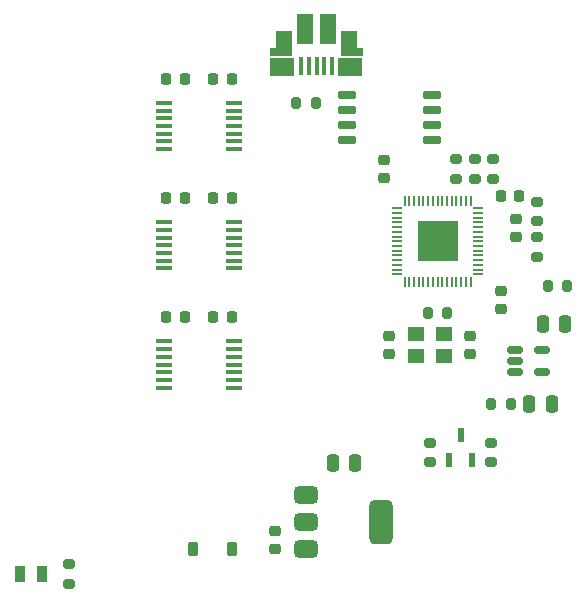
<source format=gtp>
G04 #@! TF.GenerationSoftware,KiCad,Pcbnew,8.0.8*
G04 #@! TF.CreationDate,2025-02-21T19:24:50+11:00*
G04 #@! TF.ProjectId,RP2350LevelShifter,52503233-3530-44c6-9576-656c53686966,rev?*
G04 #@! TF.SameCoordinates,Original*
G04 #@! TF.FileFunction,Paste,Top*
G04 #@! TF.FilePolarity,Positive*
%FSLAX46Y46*%
G04 Gerber Fmt 4.6, Leading zero omitted, Abs format (unit mm)*
G04 Created by KiCad (PCBNEW 8.0.8) date 2025-02-21 19:24:50*
%MOMM*%
%LPD*%
G01*
G04 APERTURE LIST*
G04 Aperture macros list*
%AMRoundRect*
0 Rectangle with rounded corners*
0 $1 Rounding radius*
0 $2 $3 $4 $5 $6 $7 $8 $9 X,Y pos of 4 corners*
0 Add a 4 corners polygon primitive as box body*
4,1,4,$2,$3,$4,$5,$6,$7,$8,$9,$2,$3,0*
0 Add four circle primitives for the rounded corners*
1,1,$1+$1,$2,$3*
1,1,$1+$1,$4,$5*
1,1,$1+$1,$6,$7*
1,1,$1+$1,$8,$9*
0 Add four rect primitives between the rounded corners*
20,1,$1+$1,$2,$3,$4,$5,0*
20,1,$1+$1,$4,$5,$6,$7,0*
20,1,$1+$1,$6,$7,$8,$9,0*
20,1,$1+$1,$8,$9,$2,$3,0*%
%AMOutline5P*
0 Free polygon, 5 corners , with rotation*
0 The origin of the aperture is its center*
0 number of corners: always 5*
0 $1 to $10 corner X, Y*
0 $11 Rotation angle, in degrees counterclockwise*
0 create outline with 5 corners*
4,1,5,$1,$2,$3,$4,$5,$6,$7,$8,$9,$10,$1,$2,$11*%
%AMOutline6P*
0 Free polygon, 6 corners , with rotation*
0 The origin of the aperture is its center*
0 number of corners: always 6*
0 $1 to $12 corner X, Y*
0 $13 Rotation angle, in degrees counterclockwise*
0 create outline with 6 corners*
4,1,6,$1,$2,$3,$4,$5,$6,$7,$8,$9,$10,$11,$12,$1,$2,$13*%
%AMOutline7P*
0 Free polygon, 7 corners , with rotation*
0 The origin of the aperture is its center*
0 number of corners: always 7*
0 $1 to $14 corner X, Y*
0 $15 Rotation angle, in degrees counterclockwise*
0 create outline with 7 corners*
4,1,7,$1,$2,$3,$4,$5,$6,$7,$8,$9,$10,$11,$12,$13,$14,$1,$2,$15*%
%AMOutline8P*
0 Free polygon, 8 corners , with rotation*
0 The origin of the aperture is its center*
0 number of corners: always 8*
0 $1 to $16 corner X, Y*
0 $17 Rotation angle, in degrees counterclockwise*
0 create outline with 8 corners*
4,1,8,$1,$2,$3,$4,$5,$6,$7,$8,$9,$10,$11,$12,$13,$14,$15,$16,$1,$2,$17*%
G04 Aperture macros list end*
%ADD10RoundRect,0.250000X0.250000X0.475000X-0.250000X0.475000X-0.250000X-0.475000X0.250000X-0.475000X0*%
%ADD11RoundRect,0.225000X0.250000X-0.225000X0.250000X0.225000X-0.250000X0.225000X-0.250000X-0.225000X0*%
%ADD12RoundRect,0.375000X-0.625000X-0.375000X0.625000X-0.375000X0.625000X0.375000X-0.625000X0.375000X0*%
%ADD13RoundRect,0.500000X-0.500000X-1.400000X0.500000X-1.400000X0.500000X1.400000X-0.500000X1.400000X0*%
%ADD14RoundRect,0.200000X0.275000X-0.200000X0.275000X0.200000X-0.275000X0.200000X-0.275000X-0.200000X0*%
%ADD15RoundRect,0.225000X0.225000X0.250000X-0.225000X0.250000X-0.225000X-0.250000X0.225000X-0.250000X0*%
%ADD16R,1.475000X0.450000*%
%ADD17RoundRect,0.200000X0.200000X0.275000X-0.200000X0.275000X-0.200000X-0.275000X0.200000X-0.275000X0*%
%ADD18R,0.400000X1.650000*%
%ADD19R,1.825000X0.700000*%
%ADD20R,2.000000X1.500000*%
%ADD21R,1.350000X2.000000*%
%ADD22R,1.430000X2.500000*%
%ADD23RoundRect,0.200000X-0.200000X-0.275000X0.200000X-0.275000X0.200000X0.275000X-0.200000X0.275000X0*%
%ADD24RoundRect,0.150000X-0.512500X-0.150000X0.512500X-0.150000X0.512500X0.150000X-0.512500X0.150000X0*%
%ADD25RoundRect,0.250000X-0.250000X-0.475000X0.250000X-0.475000X0.250000X0.475000X-0.250000X0.475000X0*%
%ADD26R,0.600000X1.250000*%
%ADD27RoundRect,0.225000X0.225000X0.375000X-0.225000X0.375000X-0.225000X-0.375000X0.225000X-0.375000X0*%
%ADD28R,0.950000X1.400000*%
%ADD29RoundRect,0.225000X-0.250000X0.225000X-0.250000X-0.225000X0.250000X-0.225000X0.250000X0.225000X0*%
%ADD30RoundRect,0.200000X-0.275000X0.200000X-0.275000X-0.200000X0.275000X-0.200000X0.275000X0.200000X0*%
%ADD31RoundRect,0.150000X-0.650000X-0.150000X0.650000X-0.150000X0.650000X0.150000X-0.650000X0.150000X0*%
%ADD32R,3.400000X3.400000*%
%ADD33Outline5P,-0.100000X0.437500X0.100000X0.437500X0.100000X-0.437500X-0.050000X-0.437500X-0.100000X-0.387500X0.000000*%
%ADD34R,0.200000X0.875000*%
%ADD35Outline5P,-0.100000X0.437500X0.100000X0.437500X0.100000X-0.387500X0.050000X-0.437500X-0.100000X-0.437500X0.000000*%
%ADD36Outline5P,-0.100000X0.437500X0.050000X0.437500X0.100000X0.387500X0.100000X-0.437500X-0.100000X-0.437500X90.000000*%
%ADD37R,0.875000X0.200000*%
%ADD38Outline5P,-0.100000X0.387500X-0.050000X0.437500X0.100000X0.437500X0.100000X-0.437500X-0.100000X-0.437500X90.000000*%
%ADD39Outline5P,-0.100000X0.437500X0.050000X0.437500X0.100000X0.387500X0.100000X-0.437500X-0.100000X-0.437500X0.000000*%
%ADD40Outline5P,-0.100000X0.387500X-0.050000X0.437500X0.100000X0.437500X0.100000X-0.437500X-0.100000X-0.437500X0.000000*%
%ADD41Outline5P,-0.100000X0.437500X0.100000X0.437500X0.100000X-0.437500X-0.050000X-0.437500X-0.100000X-0.387500X90.000000*%
%ADD42Outline5P,-0.100000X0.437500X0.100000X0.437500X0.100000X-0.387500X0.050000X-0.437500X-0.100000X-0.437500X90.000000*%
%ADD43R,0.100000X0.100000*%
%ADD44R,1.400000X1.200000*%
G04 APERTURE END LIST*
D10*
X159982299Y-112039400D03*
X158082299Y-112039400D03*
D11*
X151950000Y-114625000D03*
X151950000Y-113075000D03*
D12*
X138079900Y-126542800D03*
X138079900Y-128842800D03*
D13*
X144379900Y-128842800D03*
D12*
X138079900Y-131142800D03*
D14*
X148590000Y-123786400D03*
X148590000Y-122136400D03*
D15*
X131775000Y-111500000D03*
X130225000Y-111500000D03*
D16*
X126062000Y-103450000D03*
X126062000Y-104100000D03*
X126062000Y-104750000D03*
X126062000Y-105400000D03*
X126062000Y-106050000D03*
X126062000Y-106700000D03*
X126062000Y-107350000D03*
X131938000Y-107350000D03*
X131938000Y-106700000D03*
X131938000Y-106050000D03*
X131938000Y-105400000D03*
X131938000Y-104750000D03*
X131938000Y-104100000D03*
X131938000Y-103450000D03*
X126062000Y-93350000D03*
X126062000Y-94000000D03*
X126062000Y-94650000D03*
X126062000Y-95300000D03*
X126062000Y-95950000D03*
X126062000Y-96600000D03*
X126062000Y-97250000D03*
X131938000Y-97250000D03*
X131938000Y-96600000D03*
X131938000Y-95950000D03*
X131938000Y-95300000D03*
X131938000Y-94650000D03*
X131938000Y-94000000D03*
X131938000Y-93350000D03*
D17*
X160197800Y-108889800D03*
X158547800Y-108889800D03*
D18*
X140263000Y-90207800D03*
X139613000Y-90207800D03*
X138963000Y-90207800D03*
X138313000Y-90207800D03*
X137663000Y-90207800D03*
D19*
X141913000Y-89007800D03*
D20*
X141813000Y-90307800D03*
D21*
X141693000Y-88257800D03*
D22*
X139923000Y-87057800D03*
X138003000Y-87057800D03*
D21*
X136213000Y-88257800D03*
D20*
X136063000Y-90327800D03*
D19*
X135963000Y-89007800D03*
D17*
X150000000Y-111100000D03*
X148350000Y-111100000D03*
D23*
X137237200Y-93370400D03*
X138887200Y-93370400D03*
D16*
X126062000Y-113550000D03*
X126062000Y-114200000D03*
X126062000Y-114850000D03*
X126062000Y-115500000D03*
X126062000Y-116150000D03*
X126062000Y-116800000D03*
X126062000Y-117450000D03*
X131938000Y-117450000D03*
X131938000Y-116800000D03*
X131938000Y-116150000D03*
X131938000Y-115500000D03*
X131938000Y-114850000D03*
X131938000Y-114200000D03*
X131938000Y-113550000D03*
D24*
X155763800Y-114274600D03*
X155763800Y-115224600D03*
X155763800Y-116174600D03*
X158038800Y-116174600D03*
X158038800Y-114274600D03*
D15*
X131775000Y-91300000D03*
X130225000Y-91300000D03*
D25*
X140330700Y-123864400D03*
X142230700Y-123864400D03*
D11*
X154550000Y-110800000D03*
X154550000Y-109250000D03*
D15*
X127775000Y-111500000D03*
X126225000Y-111500000D03*
D26*
X150200400Y-123566400D03*
X152110400Y-123566400D03*
X151155400Y-121466400D03*
D27*
X131805500Y-131142800D03*
X128505500Y-131142800D03*
D28*
X113807200Y-133273800D03*
X115707200Y-133273800D03*
D29*
X144653000Y-98195800D03*
X144653000Y-99745800D03*
D30*
X153900000Y-98100000D03*
X153900000Y-99750000D03*
D31*
X141550000Y-92695000D03*
X141550000Y-93965000D03*
X141550000Y-95235000D03*
X141550000Y-96505000D03*
X148750000Y-96505000D03*
X148750000Y-95235000D03*
X148750000Y-93965000D03*
X148750000Y-92695000D03*
D14*
X152350000Y-99750000D03*
X152350000Y-98100000D03*
D17*
X155409400Y-118821200D03*
X153759400Y-118821200D03*
D30*
X153720800Y-122136400D03*
X153720800Y-123786400D03*
D29*
X135458200Y-129592800D03*
X135458200Y-131142800D03*
D10*
X156961800Y-118821200D03*
X158861800Y-118821200D03*
D15*
X156096000Y-101244400D03*
X154546000Y-101244400D03*
X127775000Y-91300000D03*
X126225000Y-91300000D03*
D30*
X157632400Y-104724200D03*
X157632400Y-106374200D03*
D32*
X149200000Y-105062500D03*
D33*
X146400000Y-101625000D03*
D34*
X146800000Y-101625000D03*
X147200000Y-101625000D03*
X147600000Y-101625000D03*
X148000000Y-101625000D03*
X148400000Y-101625000D03*
X148800000Y-101625000D03*
X149200000Y-101625000D03*
X149600000Y-101625000D03*
X150000000Y-101625000D03*
X150400000Y-101625000D03*
X150800000Y-101625000D03*
X151200000Y-101625000D03*
X151600000Y-101625000D03*
D35*
X152000000Y-101625000D03*
D36*
X152637500Y-102262500D03*
D37*
X152637500Y-102662500D03*
X152637500Y-103062500D03*
X152637500Y-103462500D03*
X152637500Y-103862500D03*
X152637500Y-104262500D03*
X152637500Y-104662500D03*
X152637500Y-105062500D03*
X152637500Y-105462500D03*
X152637500Y-105862500D03*
X152637500Y-106262500D03*
X152637500Y-106662500D03*
X152637500Y-107062500D03*
X152637500Y-107462500D03*
D38*
X152637500Y-107862500D03*
D39*
X152000000Y-108500000D03*
D34*
X151600000Y-108500000D03*
X151200000Y-108500000D03*
X150800000Y-108500000D03*
X150400000Y-108500000D03*
X150000000Y-108500000D03*
X149600000Y-108500000D03*
X149200000Y-108500000D03*
X148800000Y-108500000D03*
X148400000Y-108500000D03*
X148000000Y-108500000D03*
X147600000Y-108500000D03*
X147200000Y-108500000D03*
X146800000Y-108500000D03*
D40*
X146400000Y-108500000D03*
D41*
X145762500Y-107862500D03*
D37*
X145762500Y-107462500D03*
X145762500Y-107062500D03*
X145762500Y-106662500D03*
X145762500Y-106262500D03*
X145762500Y-105862500D03*
X145762500Y-105462500D03*
X145762500Y-105062500D03*
X145762500Y-104662500D03*
X145762500Y-104262500D03*
X145762500Y-103862500D03*
X145762500Y-103462500D03*
X145762500Y-103062500D03*
X145762500Y-102662500D03*
D42*
X145762500Y-102262500D03*
D43*
X150475000Y-106337500D03*
X150475000Y-105487500D03*
X150475000Y-104637500D03*
X150475000Y-103787500D03*
X149625000Y-106337500D03*
X149625000Y-105487500D03*
X149625000Y-104637500D03*
X149625000Y-103787500D03*
X148775000Y-106337500D03*
X148775000Y-105487500D03*
X148775000Y-104637500D03*
X148775000Y-103787500D03*
X147925000Y-106337500D03*
X147925000Y-105487500D03*
X147925000Y-104637500D03*
X147925000Y-103787500D03*
D15*
X127775000Y-101400000D03*
X126225000Y-101400000D03*
X131775000Y-101400000D03*
X130225000Y-101400000D03*
D29*
X155829000Y-103136400D03*
X155829000Y-104686400D03*
D30*
X157632400Y-101728000D03*
X157632400Y-103378000D03*
D14*
X117983000Y-134073400D03*
X117983000Y-132423400D03*
X150800000Y-99750000D03*
X150800000Y-98100000D03*
D29*
X145100000Y-113075000D03*
X145100000Y-114625000D03*
D44*
X147350000Y-114800000D03*
X149750000Y-114800000D03*
X149750000Y-112900000D03*
X147350000Y-112900000D03*
M02*

</source>
